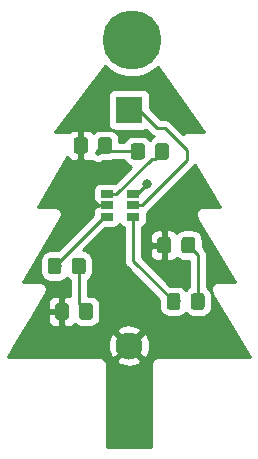
<source format=gbr>
G04 #@! TF.GenerationSoftware,KiCad,Pcbnew,(5.1.4)-1*
G04 #@! TF.CreationDate,2020-11-14T13:58:59-05:00*
G04 #@! TF.ProjectId,circuit,63697263-7569-4742-9e6b-696361645f70,rev?*
G04 #@! TF.SameCoordinates,Original*
G04 #@! TF.FileFunction,Copper,L1,Top*
G04 #@! TF.FilePolarity,Positive*
%FSLAX46Y46*%
G04 Gerber Fmt 4.6, Leading zero omitted, Abs format (unit mm)*
G04 Created by KiCad (PCBNEW (5.1.4)-1) date 2020-11-14 13:58:59*
%MOMM*%
%LPD*%
G04 APERTURE LIST*
%ADD10C,0.800000*%
%ADD11C,5.000000*%
%ADD12C,0.100000*%
%ADD13C,1.150000*%
%ADD14R,1.060000X0.650000*%
%ADD15R,2.300000X2.300000*%
%ADD16C,2.300000*%
%ADD17C,0.250000*%
%ADD18C,0.508000*%
%ADD19C,0.254000*%
G04 APERTURE END LIST*
D10*
X65079825Y-43632175D03*
X63754000Y-43083000D03*
X62428175Y-43632175D03*
X61879000Y-44958000D03*
X62428175Y-46283825D03*
X63754000Y-46833000D03*
X65079825Y-46283825D03*
X65629000Y-44958000D03*
D11*
X63754000Y-44958000D03*
D12*
G36*
X59776505Y-53149204D02*
G01*
X59800773Y-53152804D01*
X59824572Y-53158765D01*
X59847671Y-53167030D01*
X59869850Y-53177520D01*
X59890893Y-53190132D01*
X59910599Y-53204747D01*
X59928777Y-53221223D01*
X59945253Y-53239401D01*
X59959868Y-53259107D01*
X59972480Y-53280150D01*
X59982970Y-53302329D01*
X59991235Y-53325428D01*
X59997196Y-53349227D01*
X60000796Y-53373495D01*
X60002000Y-53397999D01*
X60002000Y-54298001D01*
X60000796Y-54322505D01*
X59997196Y-54346773D01*
X59991235Y-54370572D01*
X59982970Y-54393671D01*
X59972480Y-54415850D01*
X59959868Y-54436893D01*
X59945253Y-54456599D01*
X59928777Y-54474777D01*
X59910599Y-54491253D01*
X59890893Y-54505868D01*
X59869850Y-54518480D01*
X59847671Y-54528970D01*
X59824572Y-54537235D01*
X59800773Y-54543196D01*
X59776505Y-54546796D01*
X59752001Y-54548000D01*
X59101999Y-54548000D01*
X59077495Y-54546796D01*
X59053227Y-54543196D01*
X59029428Y-54537235D01*
X59006329Y-54528970D01*
X58984150Y-54518480D01*
X58963107Y-54505868D01*
X58943401Y-54491253D01*
X58925223Y-54474777D01*
X58908747Y-54456599D01*
X58894132Y-54436893D01*
X58881520Y-54415850D01*
X58871030Y-54393671D01*
X58862765Y-54370572D01*
X58856804Y-54346773D01*
X58853204Y-54322505D01*
X58852000Y-54298001D01*
X58852000Y-53397999D01*
X58853204Y-53373495D01*
X58856804Y-53349227D01*
X58862765Y-53325428D01*
X58871030Y-53302329D01*
X58881520Y-53280150D01*
X58894132Y-53259107D01*
X58908747Y-53239401D01*
X58925223Y-53221223D01*
X58943401Y-53204747D01*
X58963107Y-53190132D01*
X58984150Y-53177520D01*
X59006329Y-53167030D01*
X59029428Y-53158765D01*
X59053227Y-53152804D01*
X59077495Y-53149204D01*
X59101999Y-53148000D01*
X59752001Y-53148000D01*
X59776505Y-53149204D01*
X59776505Y-53149204D01*
G37*
D13*
X59427000Y-53848000D03*
D12*
G36*
X61826505Y-53149204D02*
G01*
X61850773Y-53152804D01*
X61874572Y-53158765D01*
X61897671Y-53167030D01*
X61919850Y-53177520D01*
X61940893Y-53190132D01*
X61960599Y-53204747D01*
X61978777Y-53221223D01*
X61995253Y-53239401D01*
X62009868Y-53259107D01*
X62022480Y-53280150D01*
X62032970Y-53302329D01*
X62041235Y-53325428D01*
X62047196Y-53349227D01*
X62050796Y-53373495D01*
X62052000Y-53397999D01*
X62052000Y-54298001D01*
X62050796Y-54322505D01*
X62047196Y-54346773D01*
X62041235Y-54370572D01*
X62032970Y-54393671D01*
X62022480Y-54415850D01*
X62009868Y-54436893D01*
X61995253Y-54456599D01*
X61978777Y-54474777D01*
X61960599Y-54491253D01*
X61940893Y-54505868D01*
X61919850Y-54518480D01*
X61897671Y-54528970D01*
X61874572Y-54537235D01*
X61850773Y-54543196D01*
X61826505Y-54546796D01*
X61802001Y-54548000D01*
X61151999Y-54548000D01*
X61127495Y-54546796D01*
X61103227Y-54543196D01*
X61079428Y-54537235D01*
X61056329Y-54528970D01*
X61034150Y-54518480D01*
X61013107Y-54505868D01*
X60993401Y-54491253D01*
X60975223Y-54474777D01*
X60958747Y-54456599D01*
X60944132Y-54436893D01*
X60931520Y-54415850D01*
X60921030Y-54393671D01*
X60912765Y-54370572D01*
X60906804Y-54346773D01*
X60903204Y-54322505D01*
X60902000Y-54298001D01*
X60902000Y-53397999D01*
X60903204Y-53373495D01*
X60906804Y-53349227D01*
X60912765Y-53325428D01*
X60921030Y-53302329D01*
X60931520Y-53280150D01*
X60944132Y-53259107D01*
X60958747Y-53239401D01*
X60975223Y-53221223D01*
X60993401Y-53204747D01*
X61013107Y-53190132D01*
X61034150Y-53177520D01*
X61056329Y-53167030D01*
X61079428Y-53158765D01*
X61103227Y-53152804D01*
X61127495Y-53149204D01*
X61151999Y-53148000D01*
X61802001Y-53148000D01*
X61826505Y-53149204D01*
X61826505Y-53149204D01*
G37*
D13*
X61477000Y-53848000D03*
D12*
G36*
X60230005Y-67208104D02*
G01*
X60254273Y-67211704D01*
X60278072Y-67217665D01*
X60301171Y-67225930D01*
X60323350Y-67236420D01*
X60344393Y-67249032D01*
X60364099Y-67263647D01*
X60382277Y-67280123D01*
X60398753Y-67298301D01*
X60413368Y-67318007D01*
X60425980Y-67339050D01*
X60436470Y-67361229D01*
X60444735Y-67384328D01*
X60450696Y-67408127D01*
X60454296Y-67432395D01*
X60455500Y-67456899D01*
X60455500Y-68356901D01*
X60454296Y-68381405D01*
X60450696Y-68405673D01*
X60444735Y-68429472D01*
X60436470Y-68452571D01*
X60425980Y-68474750D01*
X60413368Y-68495793D01*
X60398753Y-68515499D01*
X60382277Y-68533677D01*
X60364099Y-68550153D01*
X60344393Y-68564768D01*
X60323350Y-68577380D01*
X60301171Y-68587870D01*
X60278072Y-68596135D01*
X60254273Y-68602096D01*
X60230005Y-68605696D01*
X60205501Y-68606900D01*
X59555499Y-68606900D01*
X59530995Y-68605696D01*
X59506727Y-68602096D01*
X59482928Y-68596135D01*
X59459829Y-68587870D01*
X59437650Y-68577380D01*
X59416607Y-68564768D01*
X59396901Y-68550153D01*
X59378723Y-68533677D01*
X59362247Y-68515499D01*
X59347632Y-68495793D01*
X59335020Y-68474750D01*
X59324530Y-68452571D01*
X59316265Y-68429472D01*
X59310304Y-68405673D01*
X59306704Y-68381405D01*
X59305500Y-68356901D01*
X59305500Y-67456899D01*
X59306704Y-67432395D01*
X59310304Y-67408127D01*
X59316265Y-67384328D01*
X59324530Y-67361229D01*
X59335020Y-67339050D01*
X59347632Y-67318007D01*
X59362247Y-67298301D01*
X59378723Y-67280123D01*
X59396901Y-67263647D01*
X59416607Y-67249032D01*
X59437650Y-67236420D01*
X59459829Y-67225930D01*
X59482928Y-67217665D01*
X59506727Y-67211704D01*
X59530995Y-67208104D01*
X59555499Y-67206900D01*
X60205501Y-67206900D01*
X60230005Y-67208104D01*
X60230005Y-67208104D01*
G37*
D13*
X59880500Y-67906900D03*
D12*
G36*
X58180005Y-67208104D02*
G01*
X58204273Y-67211704D01*
X58228072Y-67217665D01*
X58251171Y-67225930D01*
X58273350Y-67236420D01*
X58294393Y-67249032D01*
X58314099Y-67263647D01*
X58332277Y-67280123D01*
X58348753Y-67298301D01*
X58363368Y-67318007D01*
X58375980Y-67339050D01*
X58386470Y-67361229D01*
X58394735Y-67384328D01*
X58400696Y-67408127D01*
X58404296Y-67432395D01*
X58405500Y-67456899D01*
X58405500Y-68356901D01*
X58404296Y-68381405D01*
X58400696Y-68405673D01*
X58394735Y-68429472D01*
X58386470Y-68452571D01*
X58375980Y-68474750D01*
X58363368Y-68495793D01*
X58348753Y-68515499D01*
X58332277Y-68533677D01*
X58314099Y-68550153D01*
X58294393Y-68564768D01*
X58273350Y-68577380D01*
X58251171Y-68587870D01*
X58228072Y-68596135D01*
X58204273Y-68602096D01*
X58180005Y-68605696D01*
X58155501Y-68606900D01*
X57505499Y-68606900D01*
X57480995Y-68605696D01*
X57456727Y-68602096D01*
X57432928Y-68596135D01*
X57409829Y-68587870D01*
X57387650Y-68577380D01*
X57366607Y-68564768D01*
X57346901Y-68550153D01*
X57328723Y-68533677D01*
X57312247Y-68515499D01*
X57297632Y-68495793D01*
X57285020Y-68474750D01*
X57274530Y-68452571D01*
X57266265Y-68429472D01*
X57260304Y-68405673D01*
X57256704Y-68381405D01*
X57255500Y-68356901D01*
X57255500Y-67456899D01*
X57256704Y-67432395D01*
X57260304Y-67408127D01*
X57266265Y-67384328D01*
X57274530Y-67361229D01*
X57285020Y-67339050D01*
X57297632Y-67318007D01*
X57312247Y-67298301D01*
X57328723Y-67280123D01*
X57346901Y-67263647D01*
X57366607Y-67249032D01*
X57387650Y-67236420D01*
X57409829Y-67225930D01*
X57432928Y-67217665D01*
X57456727Y-67211704D01*
X57480995Y-67208104D01*
X57505499Y-67206900D01*
X58155501Y-67206900D01*
X58180005Y-67208104D01*
X58180005Y-67208104D01*
G37*
D13*
X57830500Y-67906900D03*
D12*
G36*
X66826165Y-61604864D02*
G01*
X66850433Y-61608464D01*
X66874232Y-61614425D01*
X66897331Y-61622690D01*
X66919510Y-61633180D01*
X66940553Y-61645792D01*
X66960259Y-61660407D01*
X66978437Y-61676883D01*
X66994913Y-61695061D01*
X67009528Y-61714767D01*
X67022140Y-61735810D01*
X67032630Y-61757989D01*
X67040895Y-61781088D01*
X67046856Y-61804887D01*
X67050456Y-61829155D01*
X67051660Y-61853659D01*
X67051660Y-62753661D01*
X67050456Y-62778165D01*
X67046856Y-62802433D01*
X67040895Y-62826232D01*
X67032630Y-62849331D01*
X67022140Y-62871510D01*
X67009528Y-62892553D01*
X66994913Y-62912259D01*
X66978437Y-62930437D01*
X66960259Y-62946913D01*
X66940553Y-62961528D01*
X66919510Y-62974140D01*
X66897331Y-62984630D01*
X66874232Y-62992895D01*
X66850433Y-62998856D01*
X66826165Y-63002456D01*
X66801661Y-63003660D01*
X66151659Y-63003660D01*
X66127155Y-63002456D01*
X66102887Y-62998856D01*
X66079088Y-62992895D01*
X66055989Y-62984630D01*
X66033810Y-62974140D01*
X66012767Y-62961528D01*
X65993061Y-62946913D01*
X65974883Y-62930437D01*
X65958407Y-62912259D01*
X65943792Y-62892553D01*
X65931180Y-62871510D01*
X65920690Y-62849331D01*
X65912425Y-62826232D01*
X65906464Y-62802433D01*
X65902864Y-62778165D01*
X65901660Y-62753661D01*
X65901660Y-61853659D01*
X65902864Y-61829155D01*
X65906464Y-61804887D01*
X65912425Y-61781088D01*
X65920690Y-61757989D01*
X65931180Y-61735810D01*
X65943792Y-61714767D01*
X65958407Y-61695061D01*
X65974883Y-61676883D01*
X65993061Y-61660407D01*
X66012767Y-61645792D01*
X66033810Y-61633180D01*
X66055989Y-61622690D01*
X66079088Y-61614425D01*
X66102887Y-61608464D01*
X66127155Y-61604864D01*
X66151659Y-61603660D01*
X66801661Y-61603660D01*
X66826165Y-61604864D01*
X66826165Y-61604864D01*
G37*
D13*
X66476660Y-62303660D03*
D12*
G36*
X68876165Y-61604864D02*
G01*
X68900433Y-61608464D01*
X68924232Y-61614425D01*
X68947331Y-61622690D01*
X68969510Y-61633180D01*
X68990553Y-61645792D01*
X69010259Y-61660407D01*
X69028437Y-61676883D01*
X69044913Y-61695061D01*
X69059528Y-61714767D01*
X69072140Y-61735810D01*
X69082630Y-61757989D01*
X69090895Y-61781088D01*
X69096856Y-61804887D01*
X69100456Y-61829155D01*
X69101660Y-61853659D01*
X69101660Y-62753661D01*
X69100456Y-62778165D01*
X69096856Y-62802433D01*
X69090895Y-62826232D01*
X69082630Y-62849331D01*
X69072140Y-62871510D01*
X69059528Y-62892553D01*
X69044913Y-62912259D01*
X69028437Y-62930437D01*
X69010259Y-62946913D01*
X68990553Y-62961528D01*
X68969510Y-62974140D01*
X68947331Y-62984630D01*
X68924232Y-62992895D01*
X68900433Y-62998856D01*
X68876165Y-63002456D01*
X68851661Y-63003660D01*
X68201659Y-63003660D01*
X68177155Y-63002456D01*
X68152887Y-62998856D01*
X68129088Y-62992895D01*
X68105989Y-62984630D01*
X68083810Y-62974140D01*
X68062767Y-62961528D01*
X68043061Y-62946913D01*
X68024883Y-62930437D01*
X68008407Y-62912259D01*
X67993792Y-62892553D01*
X67981180Y-62871510D01*
X67970690Y-62849331D01*
X67962425Y-62826232D01*
X67956464Y-62802433D01*
X67952864Y-62778165D01*
X67951660Y-62753661D01*
X67951660Y-61853659D01*
X67952864Y-61829155D01*
X67956464Y-61804887D01*
X67962425Y-61781088D01*
X67970690Y-61757989D01*
X67981180Y-61735810D01*
X67993792Y-61714767D01*
X68008407Y-61695061D01*
X68024883Y-61676883D01*
X68043061Y-61660407D01*
X68062767Y-61645792D01*
X68083810Y-61633180D01*
X68105989Y-61622690D01*
X68129088Y-61614425D01*
X68152887Y-61608464D01*
X68177155Y-61604864D01*
X68201659Y-61603660D01*
X68851661Y-61603660D01*
X68876165Y-61604864D01*
X68876165Y-61604864D01*
G37*
D13*
X68526660Y-62303660D03*
D12*
G36*
X66652505Y-53657204D02*
G01*
X66676773Y-53660804D01*
X66700572Y-53666765D01*
X66723671Y-53675030D01*
X66745850Y-53685520D01*
X66766893Y-53698132D01*
X66786599Y-53712747D01*
X66804777Y-53729223D01*
X66821253Y-53747401D01*
X66835868Y-53767107D01*
X66848480Y-53788150D01*
X66858970Y-53810329D01*
X66867235Y-53833428D01*
X66873196Y-53857227D01*
X66876796Y-53881495D01*
X66878000Y-53905999D01*
X66878000Y-54806001D01*
X66876796Y-54830505D01*
X66873196Y-54854773D01*
X66867235Y-54878572D01*
X66858970Y-54901671D01*
X66848480Y-54923850D01*
X66835868Y-54944893D01*
X66821253Y-54964599D01*
X66804777Y-54982777D01*
X66786599Y-54999253D01*
X66766893Y-55013868D01*
X66745850Y-55026480D01*
X66723671Y-55036970D01*
X66700572Y-55045235D01*
X66676773Y-55051196D01*
X66652505Y-55054796D01*
X66628001Y-55056000D01*
X65977999Y-55056000D01*
X65953495Y-55054796D01*
X65929227Y-55051196D01*
X65905428Y-55045235D01*
X65882329Y-55036970D01*
X65860150Y-55026480D01*
X65839107Y-55013868D01*
X65819401Y-54999253D01*
X65801223Y-54982777D01*
X65784747Y-54964599D01*
X65770132Y-54944893D01*
X65757520Y-54923850D01*
X65747030Y-54901671D01*
X65738765Y-54878572D01*
X65732804Y-54854773D01*
X65729204Y-54830505D01*
X65728000Y-54806001D01*
X65728000Y-53905999D01*
X65729204Y-53881495D01*
X65732804Y-53857227D01*
X65738765Y-53833428D01*
X65747030Y-53810329D01*
X65757520Y-53788150D01*
X65770132Y-53767107D01*
X65784747Y-53747401D01*
X65801223Y-53729223D01*
X65819401Y-53712747D01*
X65839107Y-53698132D01*
X65860150Y-53685520D01*
X65882329Y-53675030D01*
X65905428Y-53666765D01*
X65929227Y-53660804D01*
X65953495Y-53657204D01*
X65977999Y-53656000D01*
X66628001Y-53656000D01*
X66652505Y-53657204D01*
X66652505Y-53657204D01*
G37*
D13*
X66303000Y-54356000D03*
D12*
G36*
X64602505Y-53657204D02*
G01*
X64626773Y-53660804D01*
X64650572Y-53666765D01*
X64673671Y-53675030D01*
X64695850Y-53685520D01*
X64716893Y-53698132D01*
X64736599Y-53712747D01*
X64754777Y-53729223D01*
X64771253Y-53747401D01*
X64785868Y-53767107D01*
X64798480Y-53788150D01*
X64808970Y-53810329D01*
X64817235Y-53833428D01*
X64823196Y-53857227D01*
X64826796Y-53881495D01*
X64828000Y-53905999D01*
X64828000Y-54806001D01*
X64826796Y-54830505D01*
X64823196Y-54854773D01*
X64817235Y-54878572D01*
X64808970Y-54901671D01*
X64798480Y-54923850D01*
X64785868Y-54944893D01*
X64771253Y-54964599D01*
X64754777Y-54982777D01*
X64736599Y-54999253D01*
X64716893Y-55013868D01*
X64695850Y-55026480D01*
X64673671Y-55036970D01*
X64650572Y-55045235D01*
X64626773Y-55051196D01*
X64602505Y-55054796D01*
X64578001Y-55056000D01*
X63927999Y-55056000D01*
X63903495Y-55054796D01*
X63879227Y-55051196D01*
X63855428Y-55045235D01*
X63832329Y-55036970D01*
X63810150Y-55026480D01*
X63789107Y-55013868D01*
X63769401Y-54999253D01*
X63751223Y-54982777D01*
X63734747Y-54964599D01*
X63720132Y-54944893D01*
X63707520Y-54923850D01*
X63697030Y-54901671D01*
X63688765Y-54878572D01*
X63682804Y-54854773D01*
X63679204Y-54830505D01*
X63678000Y-54806001D01*
X63678000Y-53905999D01*
X63679204Y-53881495D01*
X63682804Y-53857227D01*
X63688765Y-53833428D01*
X63697030Y-53810329D01*
X63707520Y-53788150D01*
X63720132Y-53767107D01*
X63734747Y-53747401D01*
X63751223Y-53729223D01*
X63769401Y-53712747D01*
X63789107Y-53698132D01*
X63810150Y-53685520D01*
X63832329Y-53675030D01*
X63855428Y-53666765D01*
X63879227Y-53660804D01*
X63903495Y-53657204D01*
X63927999Y-53656000D01*
X64578001Y-53656000D01*
X64602505Y-53657204D01*
X64602505Y-53657204D01*
G37*
D13*
X64253000Y-54356000D03*
D12*
G36*
X59607705Y-63362544D02*
G01*
X59631973Y-63366144D01*
X59655772Y-63372105D01*
X59678871Y-63380370D01*
X59701050Y-63390860D01*
X59722093Y-63403472D01*
X59741799Y-63418087D01*
X59759977Y-63434563D01*
X59776453Y-63452741D01*
X59791068Y-63472447D01*
X59803680Y-63493490D01*
X59814170Y-63515669D01*
X59822435Y-63538768D01*
X59828396Y-63562567D01*
X59831996Y-63586835D01*
X59833200Y-63611339D01*
X59833200Y-64511341D01*
X59831996Y-64535845D01*
X59828396Y-64560113D01*
X59822435Y-64583912D01*
X59814170Y-64607011D01*
X59803680Y-64629190D01*
X59791068Y-64650233D01*
X59776453Y-64669939D01*
X59759977Y-64688117D01*
X59741799Y-64704593D01*
X59722093Y-64719208D01*
X59701050Y-64731820D01*
X59678871Y-64742310D01*
X59655772Y-64750575D01*
X59631973Y-64756536D01*
X59607705Y-64760136D01*
X59583201Y-64761340D01*
X58933199Y-64761340D01*
X58908695Y-64760136D01*
X58884427Y-64756536D01*
X58860628Y-64750575D01*
X58837529Y-64742310D01*
X58815350Y-64731820D01*
X58794307Y-64719208D01*
X58774601Y-64704593D01*
X58756423Y-64688117D01*
X58739947Y-64669939D01*
X58725332Y-64650233D01*
X58712720Y-64629190D01*
X58702230Y-64607011D01*
X58693965Y-64583912D01*
X58688004Y-64560113D01*
X58684404Y-64535845D01*
X58683200Y-64511341D01*
X58683200Y-63611339D01*
X58684404Y-63586835D01*
X58688004Y-63562567D01*
X58693965Y-63538768D01*
X58702230Y-63515669D01*
X58712720Y-63493490D01*
X58725332Y-63472447D01*
X58739947Y-63452741D01*
X58756423Y-63434563D01*
X58774601Y-63418087D01*
X58794307Y-63403472D01*
X58815350Y-63390860D01*
X58837529Y-63380370D01*
X58860628Y-63372105D01*
X58884427Y-63366144D01*
X58908695Y-63362544D01*
X58933199Y-63361340D01*
X59583201Y-63361340D01*
X59607705Y-63362544D01*
X59607705Y-63362544D01*
G37*
D13*
X59258200Y-64061340D03*
D12*
G36*
X57557705Y-63362544D02*
G01*
X57581973Y-63366144D01*
X57605772Y-63372105D01*
X57628871Y-63380370D01*
X57651050Y-63390860D01*
X57672093Y-63403472D01*
X57691799Y-63418087D01*
X57709977Y-63434563D01*
X57726453Y-63452741D01*
X57741068Y-63472447D01*
X57753680Y-63493490D01*
X57764170Y-63515669D01*
X57772435Y-63538768D01*
X57778396Y-63562567D01*
X57781996Y-63586835D01*
X57783200Y-63611339D01*
X57783200Y-64511341D01*
X57781996Y-64535845D01*
X57778396Y-64560113D01*
X57772435Y-64583912D01*
X57764170Y-64607011D01*
X57753680Y-64629190D01*
X57741068Y-64650233D01*
X57726453Y-64669939D01*
X57709977Y-64688117D01*
X57691799Y-64704593D01*
X57672093Y-64719208D01*
X57651050Y-64731820D01*
X57628871Y-64742310D01*
X57605772Y-64750575D01*
X57581973Y-64756536D01*
X57557705Y-64760136D01*
X57533201Y-64761340D01*
X56883199Y-64761340D01*
X56858695Y-64760136D01*
X56834427Y-64756536D01*
X56810628Y-64750575D01*
X56787529Y-64742310D01*
X56765350Y-64731820D01*
X56744307Y-64719208D01*
X56724601Y-64704593D01*
X56706423Y-64688117D01*
X56689947Y-64669939D01*
X56675332Y-64650233D01*
X56662720Y-64629190D01*
X56652230Y-64607011D01*
X56643965Y-64583912D01*
X56638004Y-64560113D01*
X56634404Y-64535845D01*
X56633200Y-64511341D01*
X56633200Y-63611339D01*
X56634404Y-63586835D01*
X56638004Y-63562567D01*
X56643965Y-63538768D01*
X56652230Y-63515669D01*
X56662720Y-63493490D01*
X56675332Y-63472447D01*
X56689947Y-63452741D01*
X56706423Y-63434563D01*
X56724601Y-63418087D01*
X56744307Y-63403472D01*
X56765350Y-63390860D01*
X56787529Y-63380370D01*
X56810628Y-63372105D01*
X56834427Y-63366144D01*
X56858695Y-63362544D01*
X56883199Y-63361340D01*
X57533201Y-63361340D01*
X57557705Y-63362544D01*
X57557705Y-63362544D01*
G37*
D13*
X57208200Y-64061340D03*
D12*
G36*
X67631345Y-66364824D02*
G01*
X67655613Y-66368424D01*
X67679412Y-66374385D01*
X67702511Y-66382650D01*
X67724690Y-66393140D01*
X67745733Y-66405752D01*
X67765439Y-66420367D01*
X67783617Y-66436843D01*
X67800093Y-66455021D01*
X67814708Y-66474727D01*
X67827320Y-66495770D01*
X67837810Y-66517949D01*
X67846075Y-66541048D01*
X67852036Y-66564847D01*
X67855636Y-66589115D01*
X67856840Y-66613619D01*
X67856840Y-67513621D01*
X67855636Y-67538125D01*
X67852036Y-67562393D01*
X67846075Y-67586192D01*
X67837810Y-67609291D01*
X67827320Y-67631470D01*
X67814708Y-67652513D01*
X67800093Y-67672219D01*
X67783617Y-67690397D01*
X67765439Y-67706873D01*
X67745733Y-67721488D01*
X67724690Y-67734100D01*
X67702511Y-67744590D01*
X67679412Y-67752855D01*
X67655613Y-67758816D01*
X67631345Y-67762416D01*
X67606841Y-67763620D01*
X66956839Y-67763620D01*
X66932335Y-67762416D01*
X66908067Y-67758816D01*
X66884268Y-67752855D01*
X66861169Y-67744590D01*
X66838990Y-67734100D01*
X66817947Y-67721488D01*
X66798241Y-67706873D01*
X66780063Y-67690397D01*
X66763587Y-67672219D01*
X66748972Y-67652513D01*
X66736360Y-67631470D01*
X66725870Y-67609291D01*
X66717605Y-67586192D01*
X66711644Y-67562393D01*
X66708044Y-67538125D01*
X66706840Y-67513621D01*
X66706840Y-66613619D01*
X66708044Y-66589115D01*
X66711644Y-66564847D01*
X66717605Y-66541048D01*
X66725870Y-66517949D01*
X66736360Y-66495770D01*
X66748972Y-66474727D01*
X66763587Y-66455021D01*
X66780063Y-66436843D01*
X66798241Y-66420367D01*
X66817947Y-66405752D01*
X66838990Y-66393140D01*
X66861169Y-66382650D01*
X66884268Y-66374385D01*
X66908067Y-66368424D01*
X66932335Y-66364824D01*
X66956839Y-66363620D01*
X67606841Y-66363620D01*
X67631345Y-66364824D01*
X67631345Y-66364824D01*
G37*
D13*
X67281840Y-67063620D03*
D12*
G36*
X69681345Y-66364824D02*
G01*
X69705613Y-66368424D01*
X69729412Y-66374385D01*
X69752511Y-66382650D01*
X69774690Y-66393140D01*
X69795733Y-66405752D01*
X69815439Y-66420367D01*
X69833617Y-66436843D01*
X69850093Y-66455021D01*
X69864708Y-66474727D01*
X69877320Y-66495770D01*
X69887810Y-66517949D01*
X69896075Y-66541048D01*
X69902036Y-66564847D01*
X69905636Y-66589115D01*
X69906840Y-66613619D01*
X69906840Y-67513621D01*
X69905636Y-67538125D01*
X69902036Y-67562393D01*
X69896075Y-67586192D01*
X69887810Y-67609291D01*
X69877320Y-67631470D01*
X69864708Y-67652513D01*
X69850093Y-67672219D01*
X69833617Y-67690397D01*
X69815439Y-67706873D01*
X69795733Y-67721488D01*
X69774690Y-67734100D01*
X69752511Y-67744590D01*
X69729412Y-67752855D01*
X69705613Y-67758816D01*
X69681345Y-67762416D01*
X69656841Y-67763620D01*
X69006839Y-67763620D01*
X68982335Y-67762416D01*
X68958067Y-67758816D01*
X68934268Y-67752855D01*
X68911169Y-67744590D01*
X68888990Y-67734100D01*
X68867947Y-67721488D01*
X68848241Y-67706873D01*
X68830063Y-67690397D01*
X68813587Y-67672219D01*
X68798972Y-67652513D01*
X68786360Y-67631470D01*
X68775870Y-67609291D01*
X68767605Y-67586192D01*
X68761644Y-67562393D01*
X68758044Y-67538125D01*
X68756840Y-67513621D01*
X68756840Y-66613619D01*
X68758044Y-66589115D01*
X68761644Y-66564847D01*
X68767605Y-66541048D01*
X68775870Y-66517949D01*
X68786360Y-66495770D01*
X68798972Y-66474727D01*
X68813587Y-66455021D01*
X68830063Y-66436843D01*
X68848241Y-66420367D01*
X68867947Y-66405752D01*
X68888990Y-66393140D01*
X68911169Y-66382650D01*
X68934268Y-66374385D01*
X68958067Y-66368424D01*
X68982335Y-66364824D01*
X69006839Y-66363620D01*
X69656841Y-66363620D01*
X69681345Y-66364824D01*
X69681345Y-66364824D01*
G37*
D13*
X69331840Y-67063620D03*
D14*
X61638000Y-57978000D03*
X61638000Y-58928000D03*
X61638000Y-59878000D03*
X63838000Y-59878000D03*
X63838000Y-57978000D03*
X63838000Y-58928000D03*
D15*
X63510000Y-50830000D03*
D16*
X63500000Y-70800000D03*
D10*
X65054480Y-57091580D03*
D17*
X64365190Y-50830000D02*
X65917610Y-52382420D01*
X63510000Y-50830000D02*
X64365190Y-50830000D01*
X65917610Y-52382420D02*
X66537840Y-52382420D01*
X66537840Y-52382420D02*
X68430140Y-54274720D01*
X64618000Y-58928000D02*
X63838000Y-58928000D01*
X68430140Y-55115860D02*
X64618000Y-58928000D01*
X68430140Y-54274720D02*
X68430140Y-55115860D01*
X60858000Y-58928000D02*
X61638000Y-58928000D01*
X59427000Y-57497000D02*
X60858000Y-58928000D01*
X59427000Y-53848000D02*
X59427000Y-57497000D01*
D18*
X60853628Y-54471372D02*
X61477000Y-53848000D01*
D17*
X61985000Y-54356000D02*
X61477000Y-53848000D01*
X64253000Y-54356000D02*
X61985000Y-54356000D01*
X59258200Y-67284600D02*
X59880500Y-67906900D01*
X59258200Y-64061340D02*
X59258200Y-67284600D01*
X69331840Y-63108840D02*
X68526660Y-62303660D01*
X69331840Y-67063620D02*
X69331840Y-63108840D01*
X65679628Y-54979372D02*
X66303000Y-54356000D01*
X65416628Y-54979372D02*
X65679628Y-54979372D01*
X62418000Y-57978000D02*
X65416628Y-54979372D01*
X61638000Y-57978000D02*
X62418000Y-57978000D01*
X61391540Y-59878000D02*
X61638000Y-59878000D01*
X57208200Y-64061340D02*
X61391540Y-59878000D01*
X63838000Y-63619780D02*
X63838000Y-59878000D01*
X67281840Y-67063620D02*
X63838000Y-63619780D01*
X63838000Y-57978000D02*
X64168060Y-57978000D01*
X64168060Y-57978000D02*
X65054480Y-57091580D01*
D19*
G36*
X61755554Y-47393114D02*
G01*
X62269021Y-47736201D01*
X62839554Y-47972524D01*
X63445229Y-48093000D01*
X64062771Y-48093000D01*
X64668446Y-47972524D01*
X65238979Y-47736201D01*
X65752446Y-47393114D01*
X65932523Y-47213037D01*
X69837495Y-52680000D01*
X68628522Y-52680000D01*
X68612237Y-52677592D01*
X68563678Y-52680000D01*
X68547581Y-52680000D01*
X68531258Y-52681608D01*
X68482390Y-52684031D01*
X68466717Y-52687964D01*
X68450617Y-52689550D01*
X68403758Y-52703765D01*
X68356292Y-52715677D01*
X68341680Y-52722596D01*
X68326207Y-52727290D01*
X68283027Y-52750370D01*
X68238791Y-52771317D01*
X68225813Y-52780951D01*
X68211550Y-52788575D01*
X68173700Y-52819638D01*
X68134402Y-52848811D01*
X68123551Y-52860794D01*
X68111052Y-52871052D01*
X68106644Y-52876423D01*
X67101644Y-51871423D01*
X67077841Y-51842419D01*
X66962116Y-51747446D01*
X66830087Y-51676874D01*
X66686826Y-51633417D01*
X66575173Y-51622420D01*
X66575162Y-51622420D01*
X66537840Y-51618744D01*
X66500518Y-51622420D01*
X66232413Y-51622420D01*
X65298072Y-50688080D01*
X65298072Y-49680000D01*
X65285812Y-49555518D01*
X65249502Y-49435820D01*
X65190537Y-49325506D01*
X65111185Y-49228815D01*
X65014494Y-49149463D01*
X64904180Y-49090498D01*
X64784482Y-49054188D01*
X64660000Y-49041928D01*
X62360000Y-49041928D01*
X62235518Y-49054188D01*
X62115820Y-49090498D01*
X62005506Y-49149463D01*
X61908815Y-49228815D01*
X61829463Y-49325506D01*
X61770498Y-49435820D01*
X61734188Y-49555518D01*
X61721928Y-49680000D01*
X61721928Y-51980000D01*
X61734188Y-52104482D01*
X61770498Y-52224180D01*
X61829463Y-52334494D01*
X61908815Y-52431185D01*
X62005506Y-52510537D01*
X62115820Y-52569502D01*
X62235518Y-52605812D01*
X62360000Y-52618072D01*
X64660000Y-52618072D01*
X64784482Y-52605812D01*
X64904180Y-52569502D01*
X64986101Y-52525714D01*
X65353815Y-52893428D01*
X65377609Y-52922421D01*
X65406602Y-52946215D01*
X65406606Y-52946219D01*
X65451136Y-52982763D01*
X65493334Y-53017394D01*
X65625363Y-53087966D01*
X65630610Y-53089558D01*
X65484613Y-53167595D01*
X65350038Y-53278038D01*
X65278000Y-53365816D01*
X65205962Y-53278038D01*
X65071387Y-53167595D01*
X64917851Y-53085528D01*
X64751255Y-53034992D01*
X64578001Y-53017928D01*
X63927999Y-53017928D01*
X63754745Y-53034992D01*
X63588149Y-53085528D01*
X63434613Y-53167595D01*
X63300038Y-53278038D01*
X63189595Y-53412613D01*
X63107528Y-53566149D01*
X63098473Y-53596000D01*
X62690072Y-53596000D01*
X62690072Y-53397999D01*
X62673008Y-53224745D01*
X62622472Y-53058149D01*
X62540405Y-52904613D01*
X62429962Y-52770038D01*
X62295387Y-52659595D01*
X62141851Y-52577528D01*
X61975255Y-52526992D01*
X61802001Y-52509928D01*
X61151999Y-52509928D01*
X60978745Y-52526992D01*
X60812149Y-52577528D01*
X60658613Y-52659595D01*
X60524038Y-52770038D01*
X60518658Y-52776594D01*
X60453185Y-52696815D01*
X60356494Y-52617463D01*
X60246180Y-52558498D01*
X60126482Y-52522188D01*
X60002000Y-52509928D01*
X59712750Y-52513000D01*
X59554000Y-52671750D01*
X59554000Y-53721000D01*
X59574000Y-53721000D01*
X59574000Y-53975000D01*
X59554000Y-53975000D01*
X59554000Y-55024250D01*
X59712750Y-55183000D01*
X60002000Y-55186072D01*
X60126482Y-55173812D01*
X60246180Y-55137502D01*
X60256955Y-55131743D01*
X60357337Y-55214124D01*
X60511776Y-55296674D01*
X60679354Y-55347508D01*
X60853628Y-55364672D01*
X61027902Y-55347508D01*
X61195480Y-55296674D01*
X61349919Y-55214124D01*
X61384100Y-55186072D01*
X61802001Y-55186072D01*
X61975255Y-55169008D01*
X62141851Y-55118472D01*
X62146476Y-55116000D01*
X63098473Y-55116000D01*
X63107528Y-55145851D01*
X63189595Y-55299387D01*
X63300038Y-55433962D01*
X63434613Y-55544405D01*
X63588149Y-55626472D01*
X63669921Y-55651277D01*
X62293655Y-57027544D01*
X62292482Y-57027188D01*
X62168000Y-57014928D01*
X61108000Y-57014928D01*
X60983518Y-57027188D01*
X60863820Y-57063498D01*
X60753506Y-57122463D01*
X60656815Y-57201815D01*
X60577463Y-57298506D01*
X60518498Y-57408820D01*
X60482188Y-57528518D01*
X60469928Y-57653000D01*
X60469928Y-58303000D01*
X60482188Y-58427482D01*
X60489929Y-58453000D01*
X60482188Y-58478518D01*
X60469928Y-58603000D01*
X60473000Y-58642250D01*
X60631750Y-58801000D01*
X60713859Y-58801000D01*
X60753506Y-58833537D01*
X60863820Y-58892502D01*
X60980841Y-58928000D01*
X60863820Y-58963498D01*
X60753506Y-59022463D01*
X60713859Y-59055000D01*
X60631750Y-59055000D01*
X60473000Y-59213750D01*
X60469928Y-59253000D01*
X60482188Y-59377482D01*
X60489929Y-59403000D01*
X60482188Y-59428518D01*
X60469928Y-59553000D01*
X60469928Y-59724810D01*
X57471471Y-62723268D01*
X56883199Y-62723268D01*
X56709945Y-62740332D01*
X56543349Y-62790868D01*
X56389813Y-62872935D01*
X56255238Y-62983378D01*
X56144795Y-63117953D01*
X56062728Y-63271489D01*
X56012192Y-63438085D01*
X55995128Y-63611339D01*
X55995128Y-64511341D01*
X56012192Y-64684595D01*
X56062728Y-64851191D01*
X56144795Y-65004727D01*
X56255238Y-65139302D01*
X56389813Y-65249745D01*
X56543349Y-65331812D01*
X56709945Y-65382348D01*
X56883199Y-65399412D01*
X57533201Y-65399412D01*
X57706455Y-65382348D01*
X57873051Y-65331812D01*
X58026587Y-65249745D01*
X58161162Y-65139302D01*
X58233200Y-65051524D01*
X58305238Y-65139302D01*
X58439813Y-65249745D01*
X58498200Y-65280954D01*
X58498201Y-66577958D01*
X58405500Y-66568828D01*
X58116250Y-66571900D01*
X57957500Y-66730650D01*
X57957500Y-67779900D01*
X57977500Y-67779900D01*
X57977500Y-68033900D01*
X57957500Y-68033900D01*
X57957500Y-69083150D01*
X58116250Y-69241900D01*
X58405500Y-69244972D01*
X58529982Y-69232712D01*
X58649680Y-69196402D01*
X58759994Y-69137437D01*
X58856685Y-69058085D01*
X58922158Y-68978306D01*
X58927538Y-68984862D01*
X59062113Y-69095305D01*
X59215649Y-69177372D01*
X59382245Y-69227908D01*
X59555499Y-69244972D01*
X60205501Y-69244972D01*
X60378755Y-69227908D01*
X60545351Y-69177372D01*
X60698887Y-69095305D01*
X60833462Y-68984862D01*
X60943905Y-68850287D01*
X61025972Y-68696751D01*
X61076508Y-68530155D01*
X61093572Y-68356901D01*
X61093572Y-67456899D01*
X61076508Y-67283645D01*
X61025972Y-67117049D01*
X60943905Y-66963513D01*
X60833462Y-66828938D01*
X60698887Y-66718495D01*
X60545351Y-66636428D01*
X60378755Y-66585892D01*
X60205501Y-66568828D01*
X60018200Y-66568828D01*
X60018200Y-65280954D01*
X60076587Y-65249745D01*
X60211162Y-65139302D01*
X60321605Y-65004727D01*
X60403672Y-64851191D01*
X60454208Y-64684595D01*
X60471272Y-64511341D01*
X60471272Y-63611339D01*
X60454208Y-63438085D01*
X60403672Y-63271489D01*
X60321605Y-63117953D01*
X60211162Y-62983378D01*
X60076587Y-62872935D01*
X59923051Y-62790868D01*
X59756455Y-62740332D01*
X59617678Y-62726664D01*
X61503270Y-60841072D01*
X62168000Y-60841072D01*
X62292482Y-60828812D01*
X62412180Y-60792502D01*
X62522494Y-60733537D01*
X62619185Y-60654185D01*
X62698537Y-60557494D01*
X62738000Y-60483665D01*
X62777463Y-60557494D01*
X62856815Y-60654185D01*
X62953506Y-60733537D01*
X63063820Y-60792502D01*
X63078001Y-60796804D01*
X63078000Y-63582457D01*
X63074324Y-63619780D01*
X63078000Y-63657102D01*
X63078000Y-63657112D01*
X63088997Y-63768765D01*
X63116018Y-63857842D01*
X63132454Y-63912026D01*
X63203026Y-64044056D01*
X63217211Y-64061340D01*
X63297999Y-64159781D01*
X63327003Y-64183584D01*
X66068768Y-66925350D01*
X66068768Y-67513621D01*
X66085832Y-67686875D01*
X66136368Y-67853471D01*
X66218435Y-68007007D01*
X66328878Y-68141582D01*
X66463453Y-68252025D01*
X66616989Y-68334092D01*
X66783585Y-68384628D01*
X66956839Y-68401692D01*
X67606841Y-68401692D01*
X67780095Y-68384628D01*
X67946691Y-68334092D01*
X68100227Y-68252025D01*
X68234802Y-68141582D01*
X68306840Y-68053804D01*
X68378878Y-68141582D01*
X68513453Y-68252025D01*
X68666989Y-68334092D01*
X68833585Y-68384628D01*
X69006839Y-68401692D01*
X69656841Y-68401692D01*
X69830095Y-68384628D01*
X69996691Y-68334092D01*
X70150227Y-68252025D01*
X70284802Y-68141582D01*
X70395245Y-68007007D01*
X70477312Y-67853471D01*
X70527848Y-67686875D01*
X70544912Y-67513621D01*
X70544912Y-66613619D01*
X70527848Y-66440365D01*
X70477312Y-66273769D01*
X70395245Y-66120233D01*
X70284802Y-65985658D01*
X70150227Y-65875215D01*
X70091840Y-65844006D01*
X70091840Y-63146162D01*
X70095516Y-63108839D01*
X70091840Y-63071516D01*
X70091840Y-63071507D01*
X70080843Y-62959854D01*
X70037386Y-62816593D01*
X69966814Y-62684564D01*
X69953651Y-62668525D01*
X69895639Y-62597836D01*
X69895635Y-62597832D01*
X69871841Y-62568839D01*
X69842848Y-62545045D01*
X69739732Y-62441929D01*
X69739732Y-61853659D01*
X69722668Y-61680405D01*
X69672132Y-61513809D01*
X69590065Y-61360273D01*
X69479622Y-61225698D01*
X69345047Y-61115255D01*
X69191511Y-61033188D01*
X69024915Y-60982652D01*
X68851661Y-60965588D01*
X68201659Y-60965588D01*
X68028405Y-60982652D01*
X67861809Y-61033188D01*
X67708273Y-61115255D01*
X67573698Y-61225698D01*
X67568318Y-61232254D01*
X67502845Y-61152475D01*
X67406154Y-61073123D01*
X67295840Y-61014158D01*
X67176142Y-60977848D01*
X67051660Y-60965588D01*
X66762410Y-60968660D01*
X66603660Y-61127410D01*
X66603660Y-62176660D01*
X66623660Y-62176660D01*
X66623660Y-62430660D01*
X66603660Y-62430660D01*
X66603660Y-63479910D01*
X66762410Y-63638660D01*
X67051660Y-63641732D01*
X67176142Y-63629472D01*
X67295840Y-63593162D01*
X67406154Y-63534197D01*
X67502845Y-63454845D01*
X67568318Y-63375066D01*
X67573698Y-63381622D01*
X67708273Y-63492065D01*
X67861809Y-63574132D01*
X68028405Y-63624668D01*
X68201659Y-63641732D01*
X68571841Y-63641732D01*
X68571840Y-65844006D01*
X68513453Y-65875215D01*
X68378878Y-65985658D01*
X68306840Y-66073436D01*
X68234802Y-65985658D01*
X68100227Y-65875215D01*
X67946691Y-65793148D01*
X67780095Y-65742612D01*
X67606841Y-65725548D01*
X67018570Y-65725548D01*
X64598000Y-63304979D01*
X64598000Y-63003660D01*
X65263588Y-63003660D01*
X65275848Y-63128142D01*
X65312158Y-63247840D01*
X65371123Y-63358154D01*
X65450475Y-63454845D01*
X65547166Y-63534197D01*
X65657480Y-63593162D01*
X65777178Y-63629472D01*
X65901660Y-63641732D01*
X66190910Y-63638660D01*
X66349660Y-63479910D01*
X66349660Y-62430660D01*
X65425410Y-62430660D01*
X65266660Y-62589410D01*
X65263588Y-63003660D01*
X64598000Y-63003660D01*
X64598000Y-61603660D01*
X65263588Y-61603660D01*
X65266660Y-62017910D01*
X65425410Y-62176660D01*
X66349660Y-62176660D01*
X66349660Y-61127410D01*
X66190910Y-60968660D01*
X65901660Y-60965588D01*
X65777178Y-60977848D01*
X65657480Y-61014158D01*
X65547166Y-61073123D01*
X65450475Y-61152475D01*
X65371123Y-61249166D01*
X65312158Y-61359480D01*
X65275848Y-61479178D01*
X65263588Y-61603660D01*
X64598000Y-61603660D01*
X64598000Y-60796803D01*
X64612180Y-60792502D01*
X64722494Y-60733537D01*
X64819185Y-60654185D01*
X64898537Y-60557494D01*
X64957502Y-60447180D01*
X64993812Y-60327482D01*
X65006072Y-60203000D01*
X65006072Y-59582326D01*
X65042276Y-59562974D01*
X65158001Y-59468001D01*
X65181804Y-59438997D01*
X68941143Y-55679659D01*
X68970141Y-55655861D01*
X68996472Y-55623777D01*
X69065114Y-55540137D01*
X69095871Y-55482594D01*
X71224315Y-59030000D01*
X69898522Y-59030000D01*
X69882237Y-59027592D01*
X69833678Y-59030000D01*
X69817581Y-59030000D01*
X69801258Y-59031608D01*
X69752390Y-59034031D01*
X69736717Y-59037964D01*
X69720617Y-59039550D01*
X69673758Y-59053765D01*
X69626292Y-59065677D01*
X69611680Y-59072596D01*
X69596207Y-59077290D01*
X69553027Y-59100370D01*
X69508791Y-59121317D01*
X69495813Y-59130951D01*
X69481550Y-59138575D01*
X69443700Y-59169638D01*
X69404402Y-59198811D01*
X69393551Y-59210794D01*
X69381052Y-59221052D01*
X69349991Y-59258900D01*
X69317138Y-59295181D01*
X69308834Y-59309049D01*
X69298575Y-59321550D01*
X69275497Y-59364727D01*
X69250351Y-59406723D01*
X69244911Y-59421949D01*
X69237290Y-59436207D01*
X69223076Y-59483062D01*
X69206609Y-59529153D01*
X69204245Y-59545139D01*
X69199550Y-59560617D01*
X69194750Y-59609357D01*
X69187592Y-59657763D01*
X69188392Y-59673903D01*
X69186807Y-59690000D01*
X69191608Y-59738743D01*
X69194031Y-59787610D01*
X69197964Y-59803283D01*
X69199550Y-59819383D01*
X69213765Y-59866242D01*
X69225677Y-59913708D01*
X69232596Y-59928320D01*
X69237290Y-59943793D01*
X69260371Y-59986975D01*
X69267376Y-60001768D01*
X69275640Y-60015541D01*
X69298575Y-60058450D01*
X69309026Y-60071184D01*
X72494315Y-65380000D01*
X71168522Y-65380000D01*
X71152237Y-65377592D01*
X71103678Y-65380000D01*
X71087581Y-65380000D01*
X71071258Y-65381608D01*
X71022390Y-65384031D01*
X71006717Y-65387964D01*
X70990617Y-65389550D01*
X70943758Y-65403765D01*
X70896292Y-65415677D01*
X70881680Y-65422596D01*
X70866207Y-65427290D01*
X70823027Y-65450370D01*
X70778791Y-65471317D01*
X70765813Y-65480951D01*
X70751550Y-65488575D01*
X70713700Y-65519638D01*
X70674402Y-65548811D01*
X70663551Y-65560794D01*
X70651052Y-65571052D01*
X70619991Y-65608900D01*
X70587138Y-65645181D01*
X70578834Y-65659049D01*
X70568575Y-65671550D01*
X70545497Y-65714727D01*
X70520351Y-65756723D01*
X70514911Y-65771949D01*
X70507290Y-65786207D01*
X70493076Y-65833062D01*
X70476609Y-65879153D01*
X70474245Y-65895139D01*
X70469550Y-65910617D01*
X70464750Y-65959357D01*
X70457592Y-66007763D01*
X70458392Y-66023903D01*
X70456807Y-66040000D01*
X70461608Y-66088743D01*
X70464031Y-66137610D01*
X70467964Y-66153283D01*
X70469550Y-66169383D01*
X70483765Y-66216242D01*
X70495677Y-66263708D01*
X70502596Y-66278320D01*
X70507290Y-66293793D01*
X70530371Y-66336975D01*
X70537376Y-66351768D01*
X70545640Y-66365541D01*
X70568575Y-66408450D01*
X70579026Y-66421184D01*
X73764315Y-71730000D01*
X66072419Y-71730000D01*
X66040000Y-71726807D01*
X66007581Y-71730000D01*
X65910617Y-71739550D01*
X65786207Y-71777290D01*
X65671550Y-71838575D01*
X65571052Y-71921052D01*
X65488575Y-72021550D01*
X65427290Y-72136207D01*
X65389550Y-72260617D01*
X65376807Y-72390000D01*
X65380001Y-72422429D01*
X65380000Y-79350000D01*
X61620000Y-79350000D01*
X61620000Y-72422419D01*
X61623193Y-72390000D01*
X61610450Y-72260617D01*
X61572710Y-72136207D01*
X61522543Y-72042349D01*
X62437256Y-72042349D01*
X62551118Y-72322090D01*
X62866296Y-72477961D01*
X63205826Y-72569349D01*
X63556661Y-72592741D01*
X63905319Y-72547240D01*
X64238400Y-72434594D01*
X64448882Y-72322090D01*
X64562744Y-72042349D01*
X63500000Y-70979605D01*
X62437256Y-72042349D01*
X61522543Y-72042349D01*
X61511425Y-72021550D01*
X61428948Y-71921052D01*
X61328450Y-71838575D01*
X61213793Y-71777290D01*
X61089383Y-71739550D01*
X60992419Y-71730000D01*
X60960000Y-71726807D01*
X60927581Y-71730000D01*
X53235685Y-71730000D01*
X53759688Y-70856661D01*
X61707259Y-70856661D01*
X61752760Y-71205319D01*
X61865406Y-71538400D01*
X61977910Y-71748882D01*
X62257651Y-71862744D01*
X63320395Y-70800000D01*
X63679605Y-70800000D01*
X64742349Y-71862744D01*
X65022090Y-71748882D01*
X65177961Y-71433704D01*
X65269349Y-71094174D01*
X65292741Y-70743339D01*
X65247240Y-70394681D01*
X65134594Y-70061600D01*
X65022090Y-69851118D01*
X64742349Y-69737256D01*
X63679605Y-70800000D01*
X63320395Y-70800000D01*
X62257651Y-69737256D01*
X61977910Y-69851118D01*
X61822039Y-70166296D01*
X61730651Y-70505826D01*
X61707259Y-70856661D01*
X53759688Y-70856661D01*
X54539094Y-69557651D01*
X62437256Y-69557651D01*
X63500000Y-70620395D01*
X64562744Y-69557651D01*
X64448882Y-69277910D01*
X64133704Y-69122039D01*
X63794174Y-69030651D01*
X63443339Y-69007259D01*
X63094681Y-69052760D01*
X62761600Y-69165406D01*
X62551118Y-69277910D01*
X62437256Y-69557651D01*
X54539094Y-69557651D01*
X55109545Y-68606900D01*
X56617428Y-68606900D01*
X56629688Y-68731382D01*
X56665998Y-68851080D01*
X56724963Y-68961394D01*
X56804315Y-69058085D01*
X56901006Y-69137437D01*
X57011320Y-69196402D01*
X57131018Y-69232712D01*
X57255500Y-69244972D01*
X57544750Y-69241900D01*
X57703500Y-69083150D01*
X57703500Y-68033900D01*
X56779250Y-68033900D01*
X56620500Y-68192650D01*
X56617428Y-68606900D01*
X55109545Y-68606900D01*
X55949545Y-67206900D01*
X56617428Y-67206900D01*
X56620500Y-67621150D01*
X56779250Y-67779900D01*
X57703500Y-67779900D01*
X57703500Y-66730650D01*
X57544750Y-66571900D01*
X57255500Y-66568828D01*
X57131018Y-66581088D01*
X57011320Y-66617398D01*
X56901006Y-66676363D01*
X56804315Y-66755715D01*
X56724963Y-66852406D01*
X56665998Y-66962720D01*
X56629688Y-67082418D01*
X56617428Y-67206900D01*
X55949545Y-67206900D01*
X56420977Y-66421181D01*
X56431425Y-66408450D01*
X56454355Y-66365551D01*
X56462624Y-66351769D01*
X56469633Y-66336967D01*
X56492710Y-66293793D01*
X56497403Y-66278323D01*
X56504323Y-66263709D01*
X56516237Y-66216237D01*
X56530450Y-66169383D01*
X56532036Y-66153284D01*
X56535969Y-66137611D01*
X56538393Y-66088735D01*
X56543193Y-66040000D01*
X56541608Y-66023909D01*
X56542409Y-66007763D01*
X56535249Y-65959345D01*
X56530450Y-65910617D01*
X56525755Y-65895140D01*
X56523391Y-65879153D01*
X56506924Y-65833062D01*
X56492710Y-65786207D01*
X56485089Y-65771949D01*
X56479649Y-65756723D01*
X56454503Y-65714727D01*
X56431425Y-65671550D01*
X56421166Y-65659049D01*
X56412862Y-65645181D01*
X56380009Y-65608900D01*
X56348948Y-65571052D01*
X56336449Y-65560794D01*
X56325598Y-65548811D01*
X56286296Y-65519635D01*
X56248450Y-65488575D01*
X56234190Y-65480953D01*
X56221210Y-65471317D01*
X56176968Y-65450367D01*
X56133793Y-65427290D01*
X56118321Y-65422596D01*
X56103708Y-65415677D01*
X56056240Y-65403764D01*
X56009383Y-65389550D01*
X55993284Y-65387964D01*
X55977611Y-65384031D01*
X55928735Y-65381607D01*
X55912419Y-65380000D01*
X55896334Y-65380000D01*
X55847762Y-65377591D01*
X55831471Y-65380000D01*
X54505685Y-65380000D01*
X57690977Y-60071181D01*
X57701425Y-60058450D01*
X57724355Y-60015551D01*
X57732624Y-60001769D01*
X57739633Y-59986967D01*
X57762710Y-59943793D01*
X57767403Y-59928323D01*
X57774323Y-59913709D01*
X57786237Y-59866237D01*
X57800450Y-59819383D01*
X57802036Y-59803284D01*
X57805969Y-59787611D01*
X57808393Y-59738735D01*
X57813193Y-59690000D01*
X57811608Y-59673909D01*
X57812409Y-59657763D01*
X57805249Y-59609345D01*
X57800450Y-59560617D01*
X57795755Y-59545140D01*
X57793391Y-59529153D01*
X57776924Y-59483062D01*
X57762710Y-59436207D01*
X57755089Y-59421949D01*
X57749649Y-59406723D01*
X57724503Y-59364727D01*
X57701425Y-59321550D01*
X57691166Y-59309049D01*
X57682862Y-59295181D01*
X57650009Y-59258900D01*
X57618948Y-59221052D01*
X57606449Y-59210794D01*
X57595598Y-59198811D01*
X57556296Y-59169635D01*
X57518450Y-59138575D01*
X57504190Y-59130953D01*
X57491210Y-59121317D01*
X57446968Y-59100367D01*
X57403793Y-59077290D01*
X57388321Y-59072596D01*
X57373708Y-59065677D01*
X57326240Y-59053764D01*
X57279383Y-59039550D01*
X57263284Y-59037964D01*
X57247611Y-59034031D01*
X57198735Y-59031607D01*
X57182419Y-59030000D01*
X57166334Y-59030000D01*
X57117762Y-59027591D01*
X57101471Y-59030000D01*
X55775685Y-59030000D01*
X58288825Y-54841434D01*
X58321463Y-54902494D01*
X58400815Y-54999185D01*
X58497506Y-55078537D01*
X58607820Y-55137502D01*
X58727518Y-55173812D01*
X58852000Y-55186072D01*
X59141250Y-55183000D01*
X59300000Y-55024250D01*
X59300000Y-53975000D01*
X59280000Y-53975000D01*
X59280000Y-53721000D01*
X59300000Y-53721000D01*
X59300000Y-52671750D01*
X59141250Y-52513000D01*
X58852000Y-52509928D01*
X58727518Y-52522188D01*
X58607820Y-52558498D01*
X58497506Y-52617463D01*
X58422161Y-52679297D01*
X58387762Y-52677591D01*
X58371471Y-52680000D01*
X57217982Y-52680000D01*
X61482423Y-47119983D01*
X61755554Y-47393114D01*
X61755554Y-47393114D01*
G37*
X61755554Y-47393114D02*
X62269021Y-47736201D01*
X62839554Y-47972524D01*
X63445229Y-48093000D01*
X64062771Y-48093000D01*
X64668446Y-47972524D01*
X65238979Y-47736201D01*
X65752446Y-47393114D01*
X65932523Y-47213037D01*
X69837495Y-52680000D01*
X68628522Y-52680000D01*
X68612237Y-52677592D01*
X68563678Y-52680000D01*
X68547581Y-52680000D01*
X68531258Y-52681608D01*
X68482390Y-52684031D01*
X68466717Y-52687964D01*
X68450617Y-52689550D01*
X68403758Y-52703765D01*
X68356292Y-52715677D01*
X68341680Y-52722596D01*
X68326207Y-52727290D01*
X68283027Y-52750370D01*
X68238791Y-52771317D01*
X68225813Y-52780951D01*
X68211550Y-52788575D01*
X68173700Y-52819638D01*
X68134402Y-52848811D01*
X68123551Y-52860794D01*
X68111052Y-52871052D01*
X68106644Y-52876423D01*
X67101644Y-51871423D01*
X67077841Y-51842419D01*
X66962116Y-51747446D01*
X66830087Y-51676874D01*
X66686826Y-51633417D01*
X66575173Y-51622420D01*
X66575162Y-51622420D01*
X66537840Y-51618744D01*
X66500518Y-51622420D01*
X66232413Y-51622420D01*
X65298072Y-50688080D01*
X65298072Y-49680000D01*
X65285812Y-49555518D01*
X65249502Y-49435820D01*
X65190537Y-49325506D01*
X65111185Y-49228815D01*
X65014494Y-49149463D01*
X64904180Y-49090498D01*
X64784482Y-49054188D01*
X64660000Y-49041928D01*
X62360000Y-49041928D01*
X62235518Y-49054188D01*
X62115820Y-49090498D01*
X62005506Y-49149463D01*
X61908815Y-49228815D01*
X61829463Y-49325506D01*
X61770498Y-49435820D01*
X61734188Y-49555518D01*
X61721928Y-49680000D01*
X61721928Y-51980000D01*
X61734188Y-52104482D01*
X61770498Y-52224180D01*
X61829463Y-52334494D01*
X61908815Y-52431185D01*
X62005506Y-52510537D01*
X62115820Y-52569502D01*
X62235518Y-52605812D01*
X62360000Y-52618072D01*
X64660000Y-52618072D01*
X64784482Y-52605812D01*
X64904180Y-52569502D01*
X64986101Y-52525714D01*
X65353815Y-52893428D01*
X65377609Y-52922421D01*
X65406602Y-52946215D01*
X65406606Y-52946219D01*
X65451136Y-52982763D01*
X65493334Y-53017394D01*
X65625363Y-53087966D01*
X65630610Y-53089558D01*
X65484613Y-53167595D01*
X65350038Y-53278038D01*
X65278000Y-53365816D01*
X65205962Y-53278038D01*
X65071387Y-53167595D01*
X64917851Y-53085528D01*
X64751255Y-53034992D01*
X64578001Y-53017928D01*
X63927999Y-53017928D01*
X63754745Y-53034992D01*
X63588149Y-53085528D01*
X63434613Y-53167595D01*
X63300038Y-53278038D01*
X63189595Y-53412613D01*
X63107528Y-53566149D01*
X63098473Y-53596000D01*
X62690072Y-53596000D01*
X62690072Y-53397999D01*
X62673008Y-53224745D01*
X62622472Y-53058149D01*
X62540405Y-52904613D01*
X62429962Y-52770038D01*
X62295387Y-52659595D01*
X62141851Y-52577528D01*
X61975255Y-52526992D01*
X61802001Y-52509928D01*
X61151999Y-52509928D01*
X60978745Y-52526992D01*
X60812149Y-52577528D01*
X60658613Y-52659595D01*
X60524038Y-52770038D01*
X60518658Y-52776594D01*
X60453185Y-52696815D01*
X60356494Y-52617463D01*
X60246180Y-52558498D01*
X60126482Y-52522188D01*
X60002000Y-52509928D01*
X59712750Y-52513000D01*
X59554000Y-52671750D01*
X59554000Y-53721000D01*
X59574000Y-53721000D01*
X59574000Y-53975000D01*
X59554000Y-53975000D01*
X59554000Y-55024250D01*
X59712750Y-55183000D01*
X60002000Y-55186072D01*
X60126482Y-55173812D01*
X60246180Y-55137502D01*
X60256955Y-55131743D01*
X60357337Y-55214124D01*
X60511776Y-55296674D01*
X60679354Y-55347508D01*
X60853628Y-55364672D01*
X61027902Y-55347508D01*
X61195480Y-55296674D01*
X61349919Y-55214124D01*
X61384100Y-55186072D01*
X61802001Y-55186072D01*
X61975255Y-55169008D01*
X62141851Y-55118472D01*
X62146476Y-55116000D01*
X63098473Y-55116000D01*
X63107528Y-55145851D01*
X63189595Y-55299387D01*
X63300038Y-55433962D01*
X63434613Y-55544405D01*
X63588149Y-55626472D01*
X63669921Y-55651277D01*
X62293655Y-57027544D01*
X62292482Y-57027188D01*
X62168000Y-57014928D01*
X61108000Y-57014928D01*
X60983518Y-57027188D01*
X60863820Y-57063498D01*
X60753506Y-57122463D01*
X60656815Y-57201815D01*
X60577463Y-57298506D01*
X60518498Y-57408820D01*
X60482188Y-57528518D01*
X60469928Y-57653000D01*
X60469928Y-58303000D01*
X60482188Y-58427482D01*
X60489929Y-58453000D01*
X60482188Y-58478518D01*
X60469928Y-58603000D01*
X60473000Y-58642250D01*
X60631750Y-58801000D01*
X60713859Y-58801000D01*
X60753506Y-58833537D01*
X60863820Y-58892502D01*
X60980841Y-58928000D01*
X60863820Y-58963498D01*
X60753506Y-59022463D01*
X60713859Y-59055000D01*
X60631750Y-59055000D01*
X60473000Y-59213750D01*
X60469928Y-59253000D01*
X60482188Y-59377482D01*
X60489929Y-59403000D01*
X60482188Y-59428518D01*
X60469928Y-59553000D01*
X60469928Y-59724810D01*
X57471471Y-62723268D01*
X56883199Y-62723268D01*
X56709945Y-62740332D01*
X56543349Y-62790868D01*
X56389813Y-62872935D01*
X56255238Y-62983378D01*
X56144795Y-63117953D01*
X56062728Y-63271489D01*
X56012192Y-63438085D01*
X55995128Y-63611339D01*
X55995128Y-64511341D01*
X56012192Y-64684595D01*
X56062728Y-64851191D01*
X56144795Y-65004727D01*
X56255238Y-65139302D01*
X56389813Y-65249745D01*
X56543349Y-65331812D01*
X56709945Y-65382348D01*
X56883199Y-65399412D01*
X57533201Y-65399412D01*
X57706455Y-65382348D01*
X57873051Y-65331812D01*
X58026587Y-65249745D01*
X58161162Y-65139302D01*
X58233200Y-65051524D01*
X58305238Y-65139302D01*
X58439813Y-65249745D01*
X58498200Y-65280954D01*
X58498201Y-66577958D01*
X58405500Y-66568828D01*
X58116250Y-66571900D01*
X57957500Y-66730650D01*
X57957500Y-67779900D01*
X57977500Y-67779900D01*
X57977500Y-68033900D01*
X57957500Y-68033900D01*
X57957500Y-69083150D01*
X58116250Y-69241900D01*
X58405500Y-69244972D01*
X58529982Y-69232712D01*
X58649680Y-69196402D01*
X58759994Y-69137437D01*
X58856685Y-69058085D01*
X58922158Y-68978306D01*
X58927538Y-68984862D01*
X59062113Y-69095305D01*
X59215649Y-69177372D01*
X59382245Y-69227908D01*
X59555499Y-69244972D01*
X60205501Y-69244972D01*
X60378755Y-69227908D01*
X60545351Y-69177372D01*
X60698887Y-69095305D01*
X60833462Y-68984862D01*
X60943905Y-68850287D01*
X61025972Y-68696751D01*
X61076508Y-68530155D01*
X61093572Y-68356901D01*
X61093572Y-67456899D01*
X61076508Y-67283645D01*
X61025972Y-67117049D01*
X60943905Y-66963513D01*
X60833462Y-66828938D01*
X60698887Y-66718495D01*
X60545351Y-66636428D01*
X60378755Y-66585892D01*
X60205501Y-66568828D01*
X60018200Y-66568828D01*
X60018200Y-65280954D01*
X60076587Y-65249745D01*
X60211162Y-65139302D01*
X60321605Y-65004727D01*
X60403672Y-64851191D01*
X60454208Y-64684595D01*
X60471272Y-64511341D01*
X60471272Y-63611339D01*
X60454208Y-63438085D01*
X60403672Y-63271489D01*
X60321605Y-63117953D01*
X60211162Y-62983378D01*
X60076587Y-62872935D01*
X59923051Y-62790868D01*
X59756455Y-62740332D01*
X59617678Y-62726664D01*
X61503270Y-60841072D01*
X62168000Y-60841072D01*
X62292482Y-60828812D01*
X62412180Y-60792502D01*
X62522494Y-60733537D01*
X62619185Y-60654185D01*
X62698537Y-60557494D01*
X62738000Y-60483665D01*
X62777463Y-60557494D01*
X62856815Y-60654185D01*
X62953506Y-60733537D01*
X63063820Y-60792502D01*
X63078001Y-60796804D01*
X63078000Y-63582457D01*
X63074324Y-63619780D01*
X63078000Y-63657102D01*
X63078000Y-63657112D01*
X63088997Y-63768765D01*
X63116018Y-63857842D01*
X63132454Y-63912026D01*
X63203026Y-64044056D01*
X63217211Y-64061340D01*
X63297999Y-64159781D01*
X63327003Y-64183584D01*
X66068768Y-66925350D01*
X66068768Y-67513621D01*
X66085832Y-67686875D01*
X66136368Y-67853471D01*
X66218435Y-68007007D01*
X66328878Y-68141582D01*
X66463453Y-68252025D01*
X66616989Y-68334092D01*
X66783585Y-68384628D01*
X66956839Y-68401692D01*
X67606841Y-68401692D01*
X67780095Y-68384628D01*
X67946691Y-68334092D01*
X68100227Y-68252025D01*
X68234802Y-68141582D01*
X68306840Y-68053804D01*
X68378878Y-68141582D01*
X68513453Y-68252025D01*
X68666989Y-68334092D01*
X68833585Y-68384628D01*
X69006839Y-68401692D01*
X69656841Y-68401692D01*
X69830095Y-68384628D01*
X69996691Y-68334092D01*
X70150227Y-68252025D01*
X70284802Y-68141582D01*
X70395245Y-68007007D01*
X70477312Y-67853471D01*
X70527848Y-67686875D01*
X70544912Y-67513621D01*
X70544912Y-66613619D01*
X70527848Y-66440365D01*
X70477312Y-66273769D01*
X70395245Y-66120233D01*
X70284802Y-65985658D01*
X70150227Y-65875215D01*
X70091840Y-65844006D01*
X70091840Y-63146162D01*
X70095516Y-63108839D01*
X70091840Y-63071516D01*
X70091840Y-63071507D01*
X70080843Y-62959854D01*
X70037386Y-62816593D01*
X69966814Y-62684564D01*
X69953651Y-62668525D01*
X69895639Y-62597836D01*
X69895635Y-62597832D01*
X69871841Y-62568839D01*
X69842848Y-62545045D01*
X69739732Y-62441929D01*
X69739732Y-61853659D01*
X69722668Y-61680405D01*
X69672132Y-61513809D01*
X69590065Y-61360273D01*
X69479622Y-61225698D01*
X69345047Y-61115255D01*
X69191511Y-61033188D01*
X69024915Y-60982652D01*
X68851661Y-60965588D01*
X68201659Y-60965588D01*
X68028405Y-60982652D01*
X67861809Y-61033188D01*
X67708273Y-61115255D01*
X67573698Y-61225698D01*
X67568318Y-61232254D01*
X67502845Y-61152475D01*
X67406154Y-61073123D01*
X67295840Y-61014158D01*
X67176142Y-60977848D01*
X67051660Y-60965588D01*
X66762410Y-60968660D01*
X66603660Y-61127410D01*
X66603660Y-62176660D01*
X66623660Y-62176660D01*
X66623660Y-62430660D01*
X66603660Y-62430660D01*
X66603660Y-63479910D01*
X66762410Y-63638660D01*
X67051660Y-63641732D01*
X67176142Y-63629472D01*
X67295840Y-63593162D01*
X67406154Y-63534197D01*
X67502845Y-63454845D01*
X67568318Y-63375066D01*
X67573698Y-63381622D01*
X67708273Y-63492065D01*
X67861809Y-63574132D01*
X68028405Y-63624668D01*
X68201659Y-63641732D01*
X68571841Y-63641732D01*
X68571840Y-65844006D01*
X68513453Y-65875215D01*
X68378878Y-65985658D01*
X68306840Y-66073436D01*
X68234802Y-65985658D01*
X68100227Y-65875215D01*
X67946691Y-65793148D01*
X67780095Y-65742612D01*
X67606841Y-65725548D01*
X67018570Y-65725548D01*
X64598000Y-63304979D01*
X64598000Y-63003660D01*
X65263588Y-63003660D01*
X65275848Y-63128142D01*
X65312158Y-63247840D01*
X65371123Y-63358154D01*
X65450475Y-63454845D01*
X65547166Y-63534197D01*
X65657480Y-63593162D01*
X65777178Y-63629472D01*
X65901660Y-63641732D01*
X66190910Y-63638660D01*
X66349660Y-63479910D01*
X66349660Y-62430660D01*
X65425410Y-62430660D01*
X65266660Y-62589410D01*
X65263588Y-63003660D01*
X64598000Y-63003660D01*
X64598000Y-61603660D01*
X65263588Y-61603660D01*
X65266660Y-62017910D01*
X65425410Y-62176660D01*
X66349660Y-62176660D01*
X66349660Y-61127410D01*
X66190910Y-60968660D01*
X65901660Y-60965588D01*
X65777178Y-60977848D01*
X65657480Y-61014158D01*
X65547166Y-61073123D01*
X65450475Y-61152475D01*
X65371123Y-61249166D01*
X65312158Y-61359480D01*
X65275848Y-61479178D01*
X65263588Y-61603660D01*
X64598000Y-61603660D01*
X64598000Y-60796803D01*
X64612180Y-60792502D01*
X64722494Y-60733537D01*
X64819185Y-60654185D01*
X64898537Y-60557494D01*
X64957502Y-60447180D01*
X64993812Y-60327482D01*
X65006072Y-60203000D01*
X65006072Y-59582326D01*
X65042276Y-59562974D01*
X65158001Y-59468001D01*
X65181804Y-59438997D01*
X68941143Y-55679659D01*
X68970141Y-55655861D01*
X68996472Y-55623777D01*
X69065114Y-55540137D01*
X69095871Y-55482594D01*
X71224315Y-59030000D01*
X69898522Y-59030000D01*
X69882237Y-59027592D01*
X69833678Y-59030000D01*
X69817581Y-59030000D01*
X69801258Y-59031608D01*
X69752390Y-59034031D01*
X69736717Y-59037964D01*
X69720617Y-59039550D01*
X69673758Y-59053765D01*
X69626292Y-59065677D01*
X69611680Y-59072596D01*
X69596207Y-59077290D01*
X69553027Y-59100370D01*
X69508791Y-59121317D01*
X69495813Y-59130951D01*
X69481550Y-59138575D01*
X69443700Y-59169638D01*
X69404402Y-59198811D01*
X69393551Y-59210794D01*
X69381052Y-59221052D01*
X69349991Y-59258900D01*
X69317138Y-59295181D01*
X69308834Y-59309049D01*
X69298575Y-59321550D01*
X69275497Y-59364727D01*
X69250351Y-59406723D01*
X69244911Y-59421949D01*
X69237290Y-59436207D01*
X69223076Y-59483062D01*
X69206609Y-59529153D01*
X69204245Y-59545139D01*
X69199550Y-59560617D01*
X69194750Y-59609357D01*
X69187592Y-59657763D01*
X69188392Y-59673903D01*
X69186807Y-59690000D01*
X69191608Y-59738743D01*
X69194031Y-59787610D01*
X69197964Y-59803283D01*
X69199550Y-59819383D01*
X69213765Y-59866242D01*
X69225677Y-59913708D01*
X69232596Y-59928320D01*
X69237290Y-59943793D01*
X69260371Y-59986975D01*
X69267376Y-60001768D01*
X69275640Y-60015541D01*
X69298575Y-60058450D01*
X69309026Y-60071184D01*
X72494315Y-65380000D01*
X71168522Y-65380000D01*
X71152237Y-65377592D01*
X71103678Y-65380000D01*
X71087581Y-65380000D01*
X71071258Y-65381608D01*
X71022390Y-65384031D01*
X71006717Y-65387964D01*
X70990617Y-65389550D01*
X70943758Y-65403765D01*
X70896292Y-65415677D01*
X70881680Y-65422596D01*
X70866207Y-65427290D01*
X70823027Y-65450370D01*
X70778791Y-65471317D01*
X70765813Y-65480951D01*
X70751550Y-65488575D01*
X70713700Y-65519638D01*
X70674402Y-65548811D01*
X70663551Y-65560794D01*
X70651052Y-65571052D01*
X70619991Y-65608900D01*
X70587138Y-65645181D01*
X70578834Y-65659049D01*
X70568575Y-65671550D01*
X70545497Y-65714727D01*
X70520351Y-65756723D01*
X70514911Y-65771949D01*
X70507290Y-65786207D01*
X70493076Y-65833062D01*
X70476609Y-65879153D01*
X70474245Y-65895139D01*
X70469550Y-65910617D01*
X70464750Y-65959357D01*
X70457592Y-66007763D01*
X70458392Y-66023903D01*
X70456807Y-66040000D01*
X70461608Y-66088743D01*
X70464031Y-66137610D01*
X70467964Y-66153283D01*
X70469550Y-66169383D01*
X70483765Y-66216242D01*
X70495677Y-66263708D01*
X70502596Y-66278320D01*
X70507290Y-66293793D01*
X70530371Y-66336975D01*
X70537376Y-66351768D01*
X70545640Y-66365541D01*
X70568575Y-66408450D01*
X70579026Y-66421184D01*
X73764315Y-71730000D01*
X66072419Y-71730000D01*
X66040000Y-71726807D01*
X66007581Y-71730000D01*
X65910617Y-71739550D01*
X65786207Y-71777290D01*
X65671550Y-71838575D01*
X65571052Y-71921052D01*
X65488575Y-72021550D01*
X65427290Y-72136207D01*
X65389550Y-72260617D01*
X65376807Y-72390000D01*
X65380001Y-72422429D01*
X65380000Y-79350000D01*
X61620000Y-79350000D01*
X61620000Y-72422419D01*
X61623193Y-72390000D01*
X61610450Y-72260617D01*
X61572710Y-72136207D01*
X61522543Y-72042349D01*
X62437256Y-72042349D01*
X62551118Y-72322090D01*
X62866296Y-72477961D01*
X63205826Y-72569349D01*
X63556661Y-72592741D01*
X63905319Y-72547240D01*
X64238400Y-72434594D01*
X64448882Y-72322090D01*
X64562744Y-72042349D01*
X63500000Y-70979605D01*
X62437256Y-72042349D01*
X61522543Y-72042349D01*
X61511425Y-72021550D01*
X61428948Y-71921052D01*
X61328450Y-71838575D01*
X61213793Y-71777290D01*
X61089383Y-71739550D01*
X60992419Y-71730000D01*
X60960000Y-71726807D01*
X60927581Y-71730000D01*
X53235685Y-71730000D01*
X53759688Y-70856661D01*
X61707259Y-70856661D01*
X61752760Y-71205319D01*
X61865406Y-71538400D01*
X61977910Y-71748882D01*
X62257651Y-71862744D01*
X63320395Y-70800000D01*
X63679605Y-70800000D01*
X64742349Y-71862744D01*
X65022090Y-71748882D01*
X65177961Y-71433704D01*
X65269349Y-71094174D01*
X65292741Y-70743339D01*
X65247240Y-70394681D01*
X65134594Y-70061600D01*
X65022090Y-69851118D01*
X64742349Y-69737256D01*
X63679605Y-70800000D01*
X63320395Y-70800000D01*
X62257651Y-69737256D01*
X61977910Y-69851118D01*
X61822039Y-70166296D01*
X61730651Y-70505826D01*
X61707259Y-70856661D01*
X53759688Y-70856661D01*
X54539094Y-69557651D01*
X62437256Y-69557651D01*
X63500000Y-70620395D01*
X64562744Y-69557651D01*
X64448882Y-69277910D01*
X64133704Y-69122039D01*
X63794174Y-69030651D01*
X63443339Y-69007259D01*
X63094681Y-69052760D01*
X62761600Y-69165406D01*
X62551118Y-69277910D01*
X62437256Y-69557651D01*
X54539094Y-69557651D01*
X55109545Y-68606900D01*
X56617428Y-68606900D01*
X56629688Y-68731382D01*
X56665998Y-68851080D01*
X56724963Y-68961394D01*
X56804315Y-69058085D01*
X56901006Y-69137437D01*
X57011320Y-69196402D01*
X57131018Y-69232712D01*
X57255500Y-69244972D01*
X57544750Y-69241900D01*
X57703500Y-69083150D01*
X57703500Y-68033900D01*
X56779250Y-68033900D01*
X56620500Y-68192650D01*
X56617428Y-68606900D01*
X55109545Y-68606900D01*
X55949545Y-67206900D01*
X56617428Y-67206900D01*
X56620500Y-67621150D01*
X56779250Y-67779900D01*
X57703500Y-67779900D01*
X57703500Y-66730650D01*
X57544750Y-66571900D01*
X57255500Y-66568828D01*
X57131018Y-66581088D01*
X57011320Y-66617398D01*
X56901006Y-66676363D01*
X56804315Y-66755715D01*
X56724963Y-66852406D01*
X56665998Y-66962720D01*
X56629688Y-67082418D01*
X56617428Y-67206900D01*
X55949545Y-67206900D01*
X56420977Y-66421181D01*
X56431425Y-66408450D01*
X56454355Y-66365551D01*
X56462624Y-66351769D01*
X56469633Y-66336967D01*
X56492710Y-66293793D01*
X56497403Y-66278323D01*
X56504323Y-66263709D01*
X56516237Y-66216237D01*
X56530450Y-66169383D01*
X56532036Y-66153284D01*
X56535969Y-66137611D01*
X56538393Y-66088735D01*
X56543193Y-66040000D01*
X56541608Y-66023909D01*
X56542409Y-66007763D01*
X56535249Y-65959345D01*
X56530450Y-65910617D01*
X56525755Y-65895140D01*
X56523391Y-65879153D01*
X56506924Y-65833062D01*
X56492710Y-65786207D01*
X56485089Y-65771949D01*
X56479649Y-65756723D01*
X56454503Y-65714727D01*
X56431425Y-65671550D01*
X56421166Y-65659049D01*
X56412862Y-65645181D01*
X56380009Y-65608900D01*
X56348948Y-65571052D01*
X56336449Y-65560794D01*
X56325598Y-65548811D01*
X56286296Y-65519635D01*
X56248450Y-65488575D01*
X56234190Y-65480953D01*
X56221210Y-65471317D01*
X56176968Y-65450367D01*
X56133793Y-65427290D01*
X56118321Y-65422596D01*
X56103708Y-65415677D01*
X56056240Y-65403764D01*
X56009383Y-65389550D01*
X55993284Y-65387964D01*
X55977611Y-65384031D01*
X55928735Y-65381607D01*
X55912419Y-65380000D01*
X55896334Y-65380000D01*
X55847762Y-65377591D01*
X55831471Y-65380000D01*
X54505685Y-65380000D01*
X57690977Y-60071181D01*
X57701425Y-60058450D01*
X57724355Y-60015551D01*
X57732624Y-60001769D01*
X57739633Y-59986967D01*
X57762710Y-59943793D01*
X57767403Y-59928323D01*
X57774323Y-59913709D01*
X57786237Y-59866237D01*
X57800450Y-59819383D01*
X57802036Y-59803284D01*
X57805969Y-59787611D01*
X57808393Y-59738735D01*
X57813193Y-59690000D01*
X57811608Y-59673909D01*
X57812409Y-59657763D01*
X57805249Y-59609345D01*
X57800450Y-59560617D01*
X57795755Y-59545140D01*
X57793391Y-59529153D01*
X57776924Y-59483062D01*
X57762710Y-59436207D01*
X57755089Y-59421949D01*
X57749649Y-59406723D01*
X57724503Y-59364727D01*
X57701425Y-59321550D01*
X57691166Y-59309049D01*
X57682862Y-59295181D01*
X57650009Y-59258900D01*
X57618948Y-59221052D01*
X57606449Y-59210794D01*
X57595598Y-59198811D01*
X57556296Y-59169635D01*
X57518450Y-59138575D01*
X57504190Y-59130953D01*
X57491210Y-59121317D01*
X57446968Y-59100367D01*
X57403793Y-59077290D01*
X57388321Y-59072596D01*
X57373708Y-59065677D01*
X57326240Y-59053764D01*
X57279383Y-59039550D01*
X57263284Y-59037964D01*
X57247611Y-59034031D01*
X57198735Y-59031607D01*
X57182419Y-59030000D01*
X57166334Y-59030000D01*
X57117762Y-59027591D01*
X57101471Y-59030000D01*
X55775685Y-59030000D01*
X58288825Y-54841434D01*
X58321463Y-54902494D01*
X58400815Y-54999185D01*
X58497506Y-55078537D01*
X58607820Y-55137502D01*
X58727518Y-55173812D01*
X58852000Y-55186072D01*
X59141250Y-55183000D01*
X59300000Y-55024250D01*
X59300000Y-53975000D01*
X59280000Y-53975000D01*
X59280000Y-53721000D01*
X59300000Y-53721000D01*
X59300000Y-52671750D01*
X59141250Y-52513000D01*
X58852000Y-52509928D01*
X58727518Y-52522188D01*
X58607820Y-52558498D01*
X58497506Y-52617463D01*
X58422161Y-52679297D01*
X58387762Y-52677591D01*
X58371471Y-52680000D01*
X57217982Y-52680000D01*
X61482423Y-47119983D01*
X61755554Y-47393114D01*
M02*

</source>
